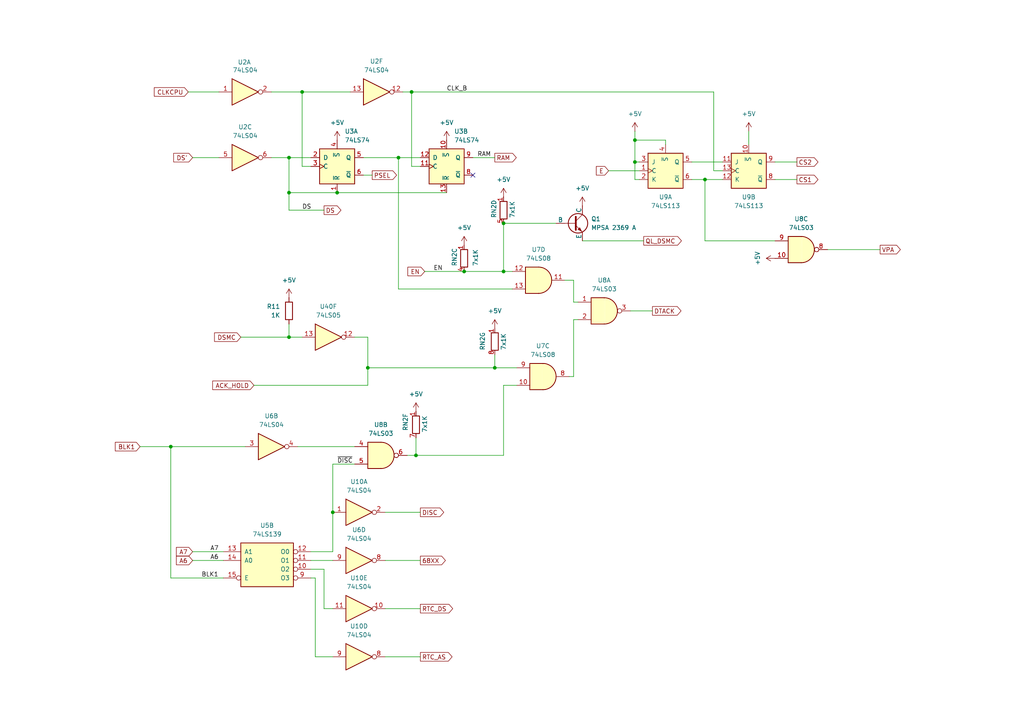
<source format=kicad_sch>
(kicad_sch (version 20250114) (generator "eeschema") (generator_version "9.0")
  (paper "A4")
  (title_block (title "CST Thor  - Clone/Upgrade for Sinclair QL") (date "2025-03-15") (rev "0,1") (company "(C) 2025 Alvaro Alea Fdz") (comment 1 "https://ohwr.org/cern_ohl_s_v2.txt") (comment 2 "CERN Open Hardware Licence Version 2 - Strongly Reciprocal") (comment 3 "Under License") (comment 4 "GLUE LOGIC FOR I/O"))
  (lib_symbols
    (symbol "74xx:74LS03" (pin_names (offset 1.016))
      (property "Reference" "U" (at 0 1.27 0))
      (property "Value" "74LS03" (at 0 -1.27 0))
      (symbol "74LS03_1_1"
        (arc (start 0 3.81) (mid 3.7934 0) (end 0 -3.81) (stroke (width 0.254)) (fill (type background)))
        (polyline (pts (xy 0 3.81) (xy -3.81 3.81) (xy -3.81 -3.81) (xy 0 -3.81)) (stroke (width 0.254)) (fill (type background)))
        (pin input line (at -7.62 2.54 0) (length 3.81) (name "~") (number "1"))
        (pin input line (at -7.62 -2.54 0) (length 3.81) (name "~") (number "2"))
        (pin open_collector inverted (at 7.62 0 180) (length 3.81) (name "~") (number "3"))
      )
      (symbol "74LS03_1_2"
        (arc (start -3.81 3.81) (mid -2.589 0) (end -3.81 -3.81) (stroke (width 0.254)))
        (polyline (pts (xy -3.81 3.81) (xy -0.635 3.81)) (stroke (width 0.254)) (fill (type background)))
        (polyline (pts (xy -3.81 -3.81) (xy -0.635 -3.81)) (stroke (width 0.254)) (fill (type background)))
        (arc (start 3.81 0) (mid 2.1855 -2.584) (end -0.6096 -3.81) (stroke (width 0.254)) (fill (type background)))
        (arc (start -0.6096 3.81) (mid 2.1928 2.5924) (end 3.81 0) (stroke (width 0.254)) (fill (type background)))
        (polyline (pts (xy -0.635 3.81) (xy -3.81 3.81) (xy -3.81 3.81) (xy -3.556 3.4036) (xy -3.0226 2.2606) (xy -2.6924 1.0414) (xy -2.6162 -0.254) (xy -2.7686 -1.4986) (xy -3.175 -2.7178) (xy -3.81 -3.81) (xy -3.81 -3.81) (xy -0.635 -3.81)) (stroke (width -25.4)) (fill (type background)))
        (pin input inverted (at -7.62 2.54 0) (length 4.318) (name "~") (number "1"))
        (pin input inverted (at -7.62 -2.54 0) (length 4.318) (name "~") (number "2"))
        (pin open_collector line (at 7.62 0 180) (length 3.81) (name "~") (number "3"))
      )
      (symbol "74LS03_2_1"
        (arc (start 0 3.81) (mid 3.7934 0) (end 0 -3.81) (stroke (width 0.254)) (fill (type background)))
        (polyline (pts (xy 0 3.81) (xy -3.81 3.81) (xy -3.81 -3.81) (xy 0 -3.81)) (stroke (width 0.254)) (fill (type background)))
        (pin input line (at -7.62 2.54 0) (length 3.81) (name "~") (number "4"))
        (pin input line (at -7.62 -2.54 0) (length 3.81) (name "~") (number "5"))
        (pin open_collector inverted (at 7.62 0 180) (length 3.81) (name "~") (number "6"))
      )
      (symbol "74LS03_2_2"
        (arc (start -3.81 3.81) (mid -2.589 0) (end -3.81 -3.81) (stroke (width 0.254)))
        (polyline (pts (xy -3.81 3.81) (xy -0.635 3.81)) (stroke (width 0.254)) (fill (type background)))
        (polyline (pts (xy -3.81 -3.81) (xy -0.635 -3.81)) (stroke (width 0.254)) (fill (type background)))
        (arc (start 3.81 0) (mid 2.1855 -2.584) (end -0.6096 -3.81) (stroke (width 0.254)) (fill (type background)))
        (arc (start -0.6096 3.81) (mid 2.1928 2.5924) (end 3.81 0) (stroke (width 0.254)) (fill (type background)))
        (polyline (pts (xy -0.635 3.81) (xy -3.81 3.81) (xy -3.81 3.81) (xy -3.556 3.4036) (xy -3.0226 2.2606) (xy -2.6924 1.0414) (xy -2.6162 -0.254) (xy -2.7686 -1.4986) (xy -3.175 -2.7178) (xy -3.81 -3.81) (xy -3.81 -3.81) (xy -0.635 -3.81)) (stroke (width -25.4)) (fill (type background)))
        (pin input inverted (at -7.62 2.54 0) (length 4.318) (name "~") (number "4"))
        (pin input inverted (at -7.62 -2.54 0) (length 4.318) (name "~") (number "5"))
        (pin open_collector line (at 7.62 0 180) (length 3.81) (name "~") (number "6"))
      )
      (symbol "74LS03_3_1"
        (arc (start 0 3.81) (mid 3.7934 0) (end 0 -3.81) (stroke (width 0.254)) (fill (type background)))
        (polyline (pts (xy 0 3.81) (xy -3.81 3.81) (xy -3.81 -3.81) (xy 0 -3.81)) (stroke (width 0.254)) (fill (type background)))
        (pin input line (at -7.62 2.54 0) (length 3.81) (name "~") (number "9"))
        (pin input line (at -7.62 -2.54 0) (length 3.81) (name "~") (number "10"))
        (pin open_collector inverted (at 7.62 0 180) (length 3.81) (name "~") (number "8"))
      )
      (symbol "74LS03_3_2"
        (arc (start -3.81 3.81) (mid -2.589 0) (end -3.81 -3.81) (stroke (width 0.254)))
        (polyline (pts (xy -3.81 3.81) (xy -0.635 3.81)) (stroke (width 0.254)) (fill (type background)))
        (polyline (pts (xy -3.81 -3.81) (xy -0.635 -3.81)) (stroke (width 0.254)) (fill (type background)))
        (arc (start 3.81 0) (mid 2.1855 -2.584) (end -0.6096 -3.81) (stroke (width 0.254)) (fill (type background)))
        (arc (start -0.6096 3.81) (mid 2.1928 2.5924) (end 3.81 0) (stroke (width 0.254)) (fill (type background)))
        (polyline (pts (xy -0.635 3.81) (xy -3.81 3.81) (xy -3.81 3.81) (xy -3.556 3.4036) (xy -3.0226 2.2606) (xy -2.6924 1.0414) (xy -2.6162 -0.254) (xy -2.7686 -1.4986) (xy -3.175 -2.7178) (xy -3.81 -3.81) (xy -3.81 -3.81) (xy -0.635 -3.81)) (stroke (width -25.4)) (fill (type background)))
        (pin input inverted (at -7.62 2.54 0) (length 4.318) (name "~") (number "9"))
        (pin input inverted (at -7.62 -2.54 0) (length 4.318) (name "~") (number "10"))
        (pin open_collector line (at 7.62 0 180) (length 3.81) (name "~") (number "8"))
      )
      (symbol "74LS03_4_1"
        (arc (start 0 3.81) (mid 3.7934 0) (end 0 -3.81) (stroke (width 0.254)) (fill (type background)))
        (polyline (pts (xy 0 3.81) (xy -3.81 3.81) (xy -3.81 -3.81) (xy 0 -3.81)) (stroke (width 0.254)) (fill (type background)))
        (pin input line (at -7.62 2.54 0) (length 3.81) (name "~") (number "12"))
        (pin input line (at -7.62 -2.54 0) (length 3.81) (name "~") (number "13"))
        (pin open_collector inverted (at 7.62 0 180) (length 3.81) (name "~") (number "11"))
      )
      (symbol "74LS03_4_2"
        (arc (start -3.81 3.81) (mid -2.589 0) (end -3.81 -3.81) (stroke (width 0.254)))
        (polyline (pts (xy -3.81 3.81) (xy -0.635 3.81)) (stroke (width 0.254)) (fill (type background)))
        (polyline (pts (xy -3.81 -3.81) (xy -0.635 -3.81)) (stroke (width 0.254)) (fill (type background)))
        (arc (start 3.81 0) (mid 2.1855 -2.584) (end -0.6096 -3.81) (stroke (width 0.254)) (fill (type background)))
        (arc (start -0.6096 3.81) (mid 2.1928 2.5924) (end 3.81 0) (stroke (width 0.254)) (fill (type background)))
        (polyline (pts (xy -0.635 3.81) (xy -3.81 3.81) (xy -3.81 3.81) (xy -3.556 3.4036) (xy -3.0226 2.2606) (xy -2.6924 1.0414) (xy -2.6162 -0.254) (xy -2.7686 -1.4986) (xy -3.175 -2.7178) (xy -3.81 -3.81) (xy -3.81 -3.81) (xy -0.635 -3.81)) (stroke (width -25.4)) (fill (type background)))
        (pin input inverted (at -7.62 2.54 0) (length 4.318) (name "~") (number "12"))
        (pin input inverted (at -7.62 -2.54 0) (length 4.318) (name "~") (number "13"))
        (pin open_collector line (at 7.62 0 180) (length 3.81) (name "~") (number "11"))
      )
      (symbol "74LS03_5_0"
        (pin power_in line (at 0 12.7 270) (length 5.08) (name "VCC") (number "14"))
        (pin power_in line (at 0 -12.7 90) (length 5.08) (name "GND") (number "7"))
      )
      (symbol "74LS03_5_1"
        (rectangle (start -5.08 7.62) (end 5.08 -7.62) (stroke (width 0.254)) (fill (type background)))
      )
    )
    (symbol "74xx:74LS04"
      (property "Reference" "U" (at 0 1.27 0))
      (property "Value" "74LS04" (at 0 -1.27 0))
      (symbol "74LS04_1_0"
        (polyline (pts (xy -3.81 3.81) (xy -3.81 -3.81) (xy 3.81 0) (xy -3.81 3.81)) (stroke (width 0.254)) (fill (type background)))
        (pin input line (at -7.62 0 0) (length 3.81) (name "~") (number "1"))
        (pin output inverted (at 7.62 0 180) (length 3.81) (name "~") (number "2"))
      )
      (symbol "74LS04_2_0"
        (polyline (pts (xy -3.81 3.81) (xy -3.81 -3.81) (xy 3.81 0) (xy -3.81 3.81)) (stroke (width 0.254)) (fill (type background)))
        (pin input line (at -7.62 0 0) (length 3.81) (name "~") (number "3"))
        (pin output inverted (at 7.62 0 180) (length 3.81) (name "~") (number "4"))
      )
      (symbol "74LS04_3_0"
        (polyline (pts (xy -3.81 3.81) (xy -3.81 -3.81) (xy 3.81 0) (xy -3.81 3.81)) (stroke (width 0.254)) (fill (type background)))
        (pin input line (at -7.62 0 0) (length 3.81) (name "~") (number "5"))
        (pin output inverted (at 7.62 0 180) (length 3.81) (name "~") (number "6"))
      )
      (symbol "74LS04_4_0"
        (polyline (pts (xy -3.81 3.81) (xy -3.81 -3.81) (xy 3.81 0) (xy -3.81 3.81)) (stroke (width 0.254)) (fill (type background)))
        (pin input line (at -7.62 0 0) (length 3.81) (name "~") (number "9"))
        (pin output inverted (at 7.62 0 180) (length 3.81) (name "~") (number "8"))
      )
      (symbol "74LS04_5_0"
        (polyline (pts (xy -3.81 3.81) (xy -3.81 -3.81) (xy 3.81 0) (xy -3.81 3.81)) (stroke (width 0.254)) (fill (type background)))
        (pin input line (at -7.62 0 0) (length 3.81) (name "~") (number "11"))
        (pin output inverted (at 7.62 0 180) (length 3.81) (name "~") (number "10"))
      )
      (symbol "74LS04_6_0"
        (polyline (pts (xy -3.81 3.81) (xy -3.81 -3.81) (xy 3.81 0) (xy -3.81 3.81)) (stroke (width 0.254)) (fill (type background)))
        (pin input line (at -7.62 0 0) (length 3.81) (name "~") (number "13"))
        (pin output inverted (at 7.62 0 180) (length 3.81) (name "~") (number "12"))
      )
      (symbol "74LS04_7_0"
        (pin power_in line (at 0 12.7 270) (length 5.08) (name "VCC") (number "14"))
        (pin power_in line (at 0 -12.7 90) (length 5.08) (name "GND") (number "7"))
      )
      (symbol "74LS04_7_1"
        (rectangle (start -5.08 7.62) (end 5.08 -7.62) (stroke (width 0.254)) (fill (type background)))
      )
    )
    (symbol "74xx:74LS05" (pin_names (offset 1.016))
      (property "Reference" "U" (at 0 1.27 0))
      (property "Value" "74LS05" (at 0 -1.27 0))
      (symbol "74LS05_1_0"
        (polyline (pts (xy -3.81 3.81) (xy -3.81 -3.81) (xy 3.81 0) (xy -3.81 3.81)) (stroke (width 0.254)) (fill (type background)))
        (pin input line (at -7.62 0 0) (length 3.81) (name "~") (number "1"))
        (pin open_collector inverted (at 7.62 0 180) (length 3.81) (name "~") (number "2"))
      )
      (symbol "74LS05_2_0"
        (polyline (pts (xy -3.81 3.81) (xy -3.81 -3.81) (xy 3.81 0) (xy -3.81 3.81)) (stroke (width 0.254)) (fill (type background)))
        (pin input line (at -7.62 0 0) (length 3.81) (name "~") (number "3"))
        (pin open_collector inverted (at 7.62 0 180) (length 3.81) (name "~") (number "4"))
      )
      (symbol "74LS05_3_0"
        (polyline (pts (xy -3.81 3.81) (xy -3.81 -3.81) (xy 3.81 0) (xy -3.81 3.81)) (stroke (width 0.254)) (fill (type background)))
        (pin input line (at -7.62 0 0) (length 3.81) (name "~") (number "5"))
        (pin open_collector inverted (at 7.62 0 180) (length 3.81) (name "~") (number "6"))
      )
      (symbol "74LS05_4_0"
        (polyline (pts (xy -3.81 3.81) (xy -3.81 -3.81) (xy 3.81 0) (xy -3.81 3.81)) (stroke (width 0.254)) (fill (type background)))
        (pin input line (at -7.62 0 0) (length 3.81) (name "~") (number "9"))
        (pin open_collector inverted (at 7.62 0 180) (length 3.81) (name "~") (number "8"))
      )
      (symbol "74LS05_5_0"
        (polyline (pts (xy -3.81 3.81) (xy -3.81 -3.81) (xy 3.81 0) (xy -3.81 3.81)) (stroke (width 0.254)) (fill (type background)))
        (pin input line (at -7.62 0 0) (length 3.81) (name "~") (number "11"))
        (pin open_collector inverted (at 7.62 0 180) (length 3.81) (name "~") (number "10"))
      )
      (symbol "74LS05_6_0"
        (polyline (pts (xy -3.81 3.81) (xy -3.81 -3.81) (xy 3.81 0) (xy -3.81 3.81)) (stroke (width 0.254)) (fill (type background)))
        (pin input line (at -7.62 0 0) (length 3.81) (name "~") (number "13"))
        (pin open_collector inverted (at 7.62 0 180) (length 3.81) (name "~") (number "12"))
      )
      (symbol "74LS05_7_0"
        (pin power_in line (at 0 12.7 270) (length 5.08) (name "VCC") (number "14"))
        (pin power_in line (at 0 -12.7 90) (length 5.08) (name "GND") (number "7"))
      )
      (symbol "74LS05_7_1"
        (rectangle (start -5.08 7.62) (end 5.08 -7.62) (stroke (width 0.254)) (fill (type background)))
      )
    )
    (symbol "74xx:74LS08" (pin_names (offset 1.016))
      (property "Reference" "U" (at 0 1.27 0))
      (property "Value" "74LS08" (at 0 -1.27 0))
      (symbol "74LS08_1_1"
        (arc (start 0 3.81) (mid 3.7934 0) (end 0 -3.81) (stroke (width 0.254)) (fill (type background)))
        (polyline (pts (xy 0 3.81) (xy -3.81 3.81) (xy -3.81 -3.81) (xy 0 -3.81)) (stroke (width 0.254)) (fill (type background)))
        (pin input line (at -7.62 2.54 0) (length 3.81) (name "~") (number "1"))
        (pin input line (at -7.62 -2.54 0) (length 3.81) (name "~") (number "2"))
        (pin output line (at 7.62 0 180) (length 3.81) (name "~") (number "3"))
      )
      (symbol "74LS08_1_2"
        (arc (start -3.81 3.81) (mid -2.589 0) (end -3.81 -3.81) (stroke (width 0.254)))
        (polyline (pts (xy -3.81 3.81) (xy -0.635 3.81)) (stroke (width 0.254)) (fill (type background)))
        (polyline (pts (xy -3.81 -3.81) (xy -0.635 -3.81)) (stroke (width 0.254)) (fill (type background)))
        (arc (start 3.81 0) (mid 2.1855 -2.584) (end -0.6096 -3.81) (stroke (width 0.254)) (fill (type background)))
        (arc (start -0.6096 3.81) (mid 2.1928 2.5924) (end 3.81 0) (stroke (width 0.254)) (fill (type background)))
        (polyline (pts (xy -0.635 3.81) (xy -3.81 3.81) (xy -3.81 3.81) (xy -3.556 3.4036) (xy -3.0226 2.2606) (xy -2.6924 1.0414) (xy -2.6162 -0.254) (xy -2.7686 -1.4986) (xy -3.175 -2.7178) (xy -3.81 -3.81) (xy -3.81 -3.81) (xy -0.635 -3.81)) (stroke (width -25.4)) (fill (type background)))
        (pin input inverted (at -7.62 2.54 0) (length 4.318) (name "~") (number "1"))
        (pin input inverted (at -7.62 -2.54 0) (length 4.318) (name "~") (number "2"))
        (pin output inverted (at 7.62 0 180) (length 3.81) (name "~") (number "3"))
      )
      (symbol "74LS08_2_1"
        (arc (start 0 3.81) (mid 3.7934 0) (end 0 -3.81) (stroke (width 0.254)) (fill (type background)))
        (polyline (pts (xy 0 3.81) (xy -3.81 3.81) (xy -3.81 -3.81) (xy 0 -3.81)) (stroke (width 0.254)) (fill (type background)))
        (pin input line (at -7.62 2.54 0) (length 3.81) (name "~") (number "4"))
        (pin input line (at -7.62 -2.54 0) (length 3.81) (name "~") (number "5"))
        (pin output line (at 7.62 0 180) (length 3.81) (name "~") (number "6"))
      )
      (symbol "74LS08_2_2"
        (arc (start -3.81 3.81) (mid -2.589 0) (end -3.81 -3.81) (stroke (width 0.254)))
        (polyline (pts (xy -3.81 3.81) (xy -0.635 3.81)) (stroke (width 0.254)) (fill (type background)))
        (polyline (pts (xy -3.81 -3.81) (xy -0.635 -3.81)) (stroke (width 0.254)) (fill (type background)))
        (arc (start 3.81 0) (mid 2.1855 -2.584) (end -0.6096 -3.81) (stroke (width 0.254)) (fill (type background)))
        (arc (start -0.6096 3.81) (mid 2.1928 2.5924) (end 3.81 0) (stroke (width 0.254)) (fill (type background)))
        (polyline (pts (xy -0.635 3.81) (xy -3.81 3.81) (xy -3.81 3.81) (xy -3.556 3.4036) (xy -3.0226 2.2606) (xy -2.6924 1.0414) (xy -2.6162 -0.254) (xy -2.7686 -1.4986) (xy -3.175 -2.7178) (xy -3.81 -3.81) (xy -3.81 -3.81) (xy -0.635 -3.81)) (stroke (width -25.4)) (fill (type background)))
        (pin input inverted (at -7.62 2.54 0) (length 4.318) (name "~") (number "4"))
        (pin input inverted (at -7.62 -2.54 0) (length 4.318) (name "~") (number "5"))
        (pin output inverted (at 7.62 0 180) (length 3.81) (name "~") (number "6"))
      )
      (symbol "74LS08_3_1"
        (arc (start 0 3.81) (mid 3.7934 0) (end 0 -3.81) (stroke (width 0.254)) (fill (type background)))
        (polyline (pts (xy 0 3.81) (xy -3.81 3.81) (xy -3.81 -3.81) (xy 0 -3.81)) (stroke (width 0.254)) (fill (type background)))
        (pin input line (at -7.62 2.54 0) (length 3.81) (name "~") (number "9"))
        (pin input line (at -7.62 -2.54 0) (length 3.81) (name "~") (number "10"))
        (pin output line (at 7.62 0 180) (length 3.81) (name "~") (number "8"))
      )
      (symbol "74LS08_3_2"
        (arc (start -3.81 3.81) (mid -2.589 0) (end -3.81 -3.81) (stroke (width 0.254)))
        (polyline (pts (xy -3.81 3.81) (xy -0.635 3.81)) (stroke (width 0.254)) (fill (type background)))
        (polyline (pts (xy -3.81 -3.81) (xy -0.635 -3.81)) (stroke (width 0.254)) (fill (type background)))
        (arc (start 3.81 0) (mid 2.1855 -2.584) (end -0.6096 -3.81) (stroke (width 0.254)) (fill (type background)))
        (arc (start -0.6096 3.81) (mid 2.1928 2.5924) (end 3.81 0) (stroke (width 0.254)) (fill (type background)))
        (polyline (pts (xy -0.635 3.81) (xy -3.81 3.81) (xy -3.81 3.81) (xy -3.556 3.4036) (xy -3.0226 2.2606) (xy -2.6924 1.0414) (xy -2.6162 -0.254) (xy -2.7686 -1.4986) (xy -3.175 -2.7178) (xy -3.81 -3.81) (xy -3.81 -3.81) (xy -0.635 -3.81)) (stroke (width -25.4)) (fill (type background)))
        (pin input inverted (at -7.62 2.54 0) (length 4.318) (name "~") (number "9"))
        (pin input inverted (at -7.62 -2.54 0) (length 4.318) (name "~") (number "10"))
        (pin output inverted (at 7.62 0 180) (length 3.81) (name "~") (number "8"))
      )
      (symbol "74LS08_4_1"
        (arc (start 0 3.81) (mid 3.7934 0) (end 0 -3.81) (stroke (width 0.254)) (fill (type background)))
        (polyline (pts (xy 0 3.81) (xy -3.81 3.81) (xy -3.81 -3.81) (xy 0 -3.81)) (stroke (width 0.254)) (fill (type background)))
        (pin input line (at -7.62 2.54 0) (length 3.81) (name "~") (number "12"))
        (pin input line (at -7.62 -2.54 0) (length 3.81) (name "~") (number "13"))
        (pin output line (at 7.62 0 180) (length 3.81) (name "~") (number "11"))
      )
      (symbol "74LS08_4_2"
        (arc (start -3.81 3.81) (mid -2.589 0) (end -3.81 -3.81) (stroke (width 0.254)))
        (polyline (pts (xy -3.81 3.81) (xy -0.635 3.81)) (stroke (width 0.254)) (fill (type background)))
        (polyline (pts (xy -3.81 -3.81) (xy -0.635 -3.81)) (stroke (width 0.254)) (fill (type background)))
        (arc (start 3.81 0) (mid 2.1855 -2.584) (end -0.6096 -3.81) (stroke (width 0.254)) (fill (type background)))
        (arc (start -0.6096 3.81) (mid 2.1928 2.5924) (end 3.81 0) (stroke (width 0.254)) (fill (type background)))
        (polyline (pts (xy -0.635 3.81) (xy -3.81 3.81) (xy -3.81 3.81) (xy -3.556 3.4036) (xy -3.0226 2.2606) (xy -2.6924 1.0414) (xy -2.6162 -0.254) (xy -2.7686 -1.4986) (xy -3.175 -2.7178) (xy -3.81 -3.81) (xy -3.81 -3.81) (xy -0.635 -3.81)) (stroke (width -25.4)) (fill (type background)))
        (pin input inverted (at -7.62 2.54 0) (length 4.318) (name "~") (number "12"))
        (pin input inverted (at -7.62 -2.54 0) (length 4.318) (name "~") (number "13"))
        (pin output inverted (at 7.62 0 180) (length 3.81) (name "~") (number "11"))
      )
      (symbol "74LS08_5_0"
        (pin power_in line (at 0 12.7 270) (length 5.08) (name "VCC") (number "14"))
        (pin power_in line (at 0 -12.7 90) (length 5.08) (name "GND") (number "7"))
      )
      (symbol "74LS08_5_1"
        (rectangle (start -5.08 7.62) (end 5.08 -7.62) (stroke (width 0.254)) (fill (type background)))
      )
    )
    (symbol "74xx:74LS113" (pin_names (offset 1.016))
      (property "Reference" "U" (at -7.62 8.89 0))
      (property "Value" "74LS113" (at -7.62 -8.89 0))
      (symbol "74LS113_1_0"
        (pin input line (at -7.62 2.54 0) (length 2.54) (name "J") (number "3"))
        (pin input clock (at -7.62 0 0) (length 2.54) (name "C") (number "1"))
        (pin input line (at -7.62 -2.54 0) (length 2.54) (name "K") (number "2"))
        (pin input line (at 0 7.62 270) (length 2.54) (name "~{S}") (number "4"))
        (pin output line (at 7.62 2.54 180) (length 2.54) (name "Q") (number "5"))
        (pin output line (at 7.62 -2.54 180) (length 2.54) (name "~{Q}") (number "6"))
      )
      (symbol "74LS113_1_1"
        (rectangle (start -5.08 5.08) (end 5.08 -5.08) (stroke (width 0.254)) (fill (type background)))
      )
      (symbol "74LS113_2_0"
        (pin input line (at -7.62 2.54 0) (length 2.54) (name "J") (number "11"))
        (pin input clock (at -7.62 0 0) (length 2.54) (name "C") (number "13"))
        (pin input line (at -7.62 -2.54 0) (length 2.54) (name "K") (number "12"))
        (pin input line (at 0 7.62 270) (length 2.54) (name "~{S}") (number "10"))
        (pin output line (at 7.62 2.54 180) (length 2.54) (name "Q") (number "9"))
        (pin output line (at 7.62 -2.54 180) (length 2.54) (name "~{Q}") (number "8"))
      )
      (symbol "74LS113_2_1"
        (rectangle (start -5.08 5.08) (end 5.08 -5.08) (stroke (width 0.254)) (fill (type background)))
      )
      (symbol "74LS113_3_0"
        (pin power_in line (at 0 10.16 270) (length 2.54) (name "VCC") (number "14"))
        (pin power_in line (at 0 -10.16 90) (length 2.54) (name "GND") (number "7"))
      )
      (symbol "74LS113_3_1"
        (rectangle (start -5.08 7.62) (end 5.08 -7.62) (stroke (width 0.254)) (fill (type background)))
      )
    )
    (symbol "74xx:74LS139" (pin_names (offset 1.016))
      (property "Reference" "U" (at -7.62 8.89 0))
      (property "Value" "74LS139" (at -7.62 -8.89 0))
      (symbol "74LS139_1_0"
        (pin input line (at -12.7 2.54 0) (length 5.08) (name "A1") (number "3"))
        (pin input line (at -12.7 0 0) (length 5.08) (name "A0") (number "2"))
        (pin input inverted (at -12.7 -5.08 0) (length 5.08) (name "E") (number "1"))
        (pin output inverted (at 12.7 2.54 180) (length 5.08) (name "O0") (number "4"))
        (pin output inverted (at 12.7 0 180) (length 5.08) (name "O1") (number "5"))
        (pin output inverted (at 12.7 -2.54 180) (length 5.08) (name "O2") (number "6"))
        (pin output inverted (at 12.7 -5.08 180) (length 5.08) (name "O3") (number "7"))
      )
      (symbol "74LS139_1_1"
        (rectangle (start -7.62 5.08) (end 7.62 -7.62) (stroke (width 0.254)) (fill (type background)))
      )
      (symbol "74LS139_2_0"
        (pin input line (at -12.7 2.54 0) (length 5.08) (name "A1") (number "13"))
        (pin input line (at -12.7 0 0) (length 5.08) (name "A0") (number "14"))
        (pin input inverted (at -12.7 -5.08 0) (length 5.08) (name "E") (number "15"))
        (pin output inverted (at 12.7 2.54 180) (length 5.08) (name "O0") (number "12"))
        (pin output inverted (at 12.7 0 180) (length 5.08) (name "O1") (number "11"))
        (pin output inverted (at 12.7 -2.54 180) (length 5.08) (name "O2") (number "10"))
        (pin output inverted (at 12.7 -5.08 180) (length 5.08) (name "O3") (number "9"))
      )
      (symbol "74LS139_2_1"
        (rectangle (start -7.62 5.08) (end 7.62 -7.62) (stroke (width 0.254)) (fill (type background)))
      )
      (symbol "74LS139_3_0"
        (pin power_in line (at 0 12.7 270) (length 5.08) (name "VCC") (number "16"))
        (pin power_in line (at 0 -12.7 90) (length 5.08) (name "GND") (number "8"))
      )
      (symbol "74LS139_3_1"
        (rectangle (start -5.08 7.62) (end 5.08 -7.62) (stroke (width 0.254)) (fill (type background)))
      )
    )
    (symbol "74xx:74LS74" (pin_names (offset 1.016))
      (property "Reference" "U" (at -7.62 8.89 0))
      (property "Value" "74LS74" (at -7.62 -8.89 0))
      (symbol "74LS74_1_0"
        (pin input line (at -7.62 2.54 0) (length 2.54) (name "D") (number "2"))
        (pin input clock (at -7.62 0 0) (length 2.54) (name "C") (number "3"))
        (pin input line (at 0 7.62 270) (length 2.54) (name "~{S}") (number "4"))
        (pin input line (at 0 -7.62 90) (length 2.54) (name "~{R}") (number "1"))
        (pin output line (at 7.62 2.54 180) (length 2.54) (name "Q") (number "5"))
        (pin output line (at 7.62 -2.54 180) (length 2.54) (name "~{Q}") (number "6"))
      )
      (symbol "74LS74_1_1"
        (rectangle (start -5.08 5.08) (end 5.08 -5.08) (stroke (width 0.254)) (fill (type background)))
      )
      (symbol "74LS74_2_0"
        (pin input line (at -7.62 2.54 0) (length 2.54) (name "D") (number "12"))
        (pin input clock (at -7.62 0 0) (length 2.54) (name "C") (number "11"))
        (pin input line (at 0 7.62 270) (length 2.54) (name "~{S}") (number "10"))
        (pin input line (at 0 -7.62 90) (length 2.54) (name "~{R}") (number "13"))
        (pin output line (at 7.62 2.54 180) (length 2.54) (name "Q") (number "9"))
        (pin output line (at 7.62 -2.54 180) (length 2.54) (name "~{Q}") (number "8"))
      )
      (symbol "74LS74_2_1"
        (rectangle (start -5.08 5.08) (end 5.08 -5.08) (stroke (width 0.254)) (fill (type background)))
      )
      (symbol "74LS74_3_0"
        (pin power_in line (at 0 10.16 270) (length 2.54) (name "VCC") (number "14"))
        (pin power_in line (at 0 -10.16 90) (length 2.54) (name "GND") (number "7"))
      )
      (symbol "74LS74_3_1"
        (rectangle (start -5.08 7.62) (end 5.08 -7.62) (stroke (width 0.254)) (fill (type background)))
      )
    )
    (symbol "Device:R" (pin_numbers (hide yes)) (pin_names (offset 0))
      (property "Reference" "R" (at 2.032 0 90))
      (property "Value" "R" (at 0 0 90))
      (symbol "R_0_1"
        (rectangle (start -1.016 -2.54) (end 1.016 2.54) (stroke (width 0.254)))
      )
      (symbol "R_1_1"
        (pin passive line (at 0 3.81 270) (length 1.27) (name "~") (number "1"))
        (pin passive line (at 0 -3.81 90) (length 1.27) (name "~") (number "2"))
      )
    )
    (symbol "Device:R_Network07_Split" (pin_names (offset 0) (hide yes))
      (property "Reference" "RN" (at 2.032 0 90))
      (property "Value" "R_Network07_Split" (at 0 0 90))
      (symbol "R_Network07_Split_0_1"
        (rectangle (start 1.016 2.54) (end -1.016 -2.54) (stroke (width 0.254)))
        (pin passive line (at 0 3.81 270) (length 1.27) (name "R1") (number "1"))
      )
      (symbol "R_Network07_Split_1_1"
        (pin passive line (at 0 -3.81 90) (length 1.27) (name "R1.2") (number "2"))
      )
      (symbol "R_Network07_Split_2_1"
        (pin passive line (at 0 -3.81 90) (length 1.27) (name "R2.2") (number "3"))
      )
      (symbol "R_Network07_Split_3_1"
        (pin passive line (at 0 -3.81 90) (length 1.27) (name "R3.2") (number "4"))
      )
      (symbol "R_Network07_Split_4_1"
        (pin passive line (at 0 -3.81 90) (length 1.27) (name "R4.2") (number "5"))
      )
      (symbol "R_Network07_Split_5_1"
        (pin passive line (at 0 -3.81 90) (length 1.27) (name "R5.2") (number "6"))
      )
      (symbol "R_Network07_Split_6_1"
        (pin passive line (at 0 -3.81 90) (length 1.27) (name "R6.2") (number "7"))
      )
      (symbol "R_Network07_Split_7_1"
        (pin passive line (at 0 -3.81 90) (length 1.27) (name "R7.2") (number "8"))
      )
    )
    (symbol "Simulation_SPICE:NPN" (pin_numbers (hide yes)) (pin_names (offset 0))
      (property "Reference" "Q" (at -2.54 7.62 0))
      (property "Value" "NPN" (at -2.54 5.08 0))
      (symbol "NPN_0_1"
        (polyline (pts (xy -2.54 0) (xy 0.635 0)) (stroke (width 0.1524)))
        (polyline (pts (xy 0.635 1.905) (xy 0.635 -1.905) (xy 0.635 -1.905)) (stroke (width 0.508)))
        (polyline (pts (xy 0.635 0.635) (xy 2.54 2.54)))
        (polyline (pts (xy 0.635 -0.635) (xy 2.54 -2.54) (xy 2.54 -2.54)))
        (circle (center 1.27 0) (radius 2.8194) (stroke (width 0.254)))
        (polyline (pts (xy 1.27 -1.778) (xy 1.778 -1.27) (xy 2.286 -2.286) (xy 1.27 -1.778) (xy 1.27 -1.778)) (fill (type outline)))
        (polyline (pts (xy 2.794 -1.27) (xy 2.794 -1.27)) (stroke (width 0.1524)))
        (polyline (pts (xy 2.794 -1.27) (xy 2.794 -1.27)) (stroke (width 0.1524)))
      )
      (symbol "NPN_1_1"
        (pin input line (at -5.08 0 0) (length 2.54) (name "B") (number "2"))
        (pin open_collector line (at 2.54 5.08 270) (length 2.54) (name "C") (number "1"))
        (pin open_emitter line (at 2.54 -5.08 90) (length 2.54) (name "E") (number "3"))
      )
    )
    (symbol "power:+5V" (power) (pin_numbers (hide yes)) (pin_names (offset 0) (hide yes))
      (property "Value" "+5V" (at 0 3.556 0))
      (symbol "+5V_0_1"
        (polyline (pts (xy -0.762 1.27) (xy 0 2.54)))
        (polyline (pts (xy 0 2.54) (xy 0.762 1.27)))
        (polyline (pts (xy 0 0) (xy 0 2.54)))
      )
      (symbol "+5V_1_1"
        (pin power_in line (at 0 0 90) (length 0) (name "~") (number "1"))
      )
    )
  )
  (junction (at 87.63 26.67))
  (junction (at 83.82 97.79))
  (junction (at 146.05 64.77))
  (junction (at 106.68 106.68))
  (junction (at 119.38 26.67))
  (junction (at 184.15 40.64))
  (junction (at 83.82 55.88))
  (junction (at 97.79 55.88))
  (junction (at 143.51 106.68))
  (junction (at 146.05 78.74))
  (junction (at 49.53 129.54))
  (junction (at 115.57 45.72))
  (junction (at 204.47 52.07))
  (junction (at 120.65 132.08))
  (junction (at 96.52 148.59))
  (junction (at 134.62 78.74))
  (junction (at 184.15 46.99))
  (junction (at 83.82 45.72))
  (no_connect (at 137.16 50.8))
  (wire (pts (xy 200.66 52.07) (xy 204.47 52.07)))
  (wire (pts (xy 49.53 129.54) (xy 49.53 167.64)))
  (wire (pts (xy 54.61 26.67) (xy 63.5 26.67)))
  (wire (pts (xy 143.51 102.87) (xy 143.51 106.68)))
  (wire (pts (xy 166.37 92.71) (xy 167.64 92.71)))
  (wire (pts (xy 93.98 176.53) (xy 96.52 176.53)))
  (wire (pts (xy 119.38 26.67) (xy 207.01 26.67)))
  (wire (pts (xy 102.87 97.79) (xy 106.68 97.79)))
  (wire (pts (xy 115.57 83.82) (xy 115.57 45.72)))
  (wire (pts (xy 105.41 50.8) (xy 107.95 50.8)))
  (wire (pts (xy 166.37 81.28) (xy 163.83 81.28)))
  (wire (pts (xy 137.16 45.72) (xy 143.51 45.72)))
  (wire (pts (xy 96.52 148.59) (xy 96.52 160.02)))
  (wire (pts (xy 49.53 129.54) (xy 71.12 129.54)))
  (wire (pts (xy 106.68 97.79) (xy 106.68 106.68)))
  (wire (pts (xy 40.64 129.54) (xy 49.53 129.54)))
  (wire (pts (xy 149.86 111.76) (xy 146.05 111.76)))
  (wire (pts (xy 224.79 52.07) (xy 231.14 52.07)))
  (wire (pts (xy 166.37 109.22) (xy 166.37 92.71)))
  (wire (pts (xy 119.38 48.26) (xy 121.92 48.26)))
  (wire (pts (xy 184.15 46.99) (xy 185.42 46.99)))
  (wire (pts (xy 129.54 55.88) (xy 97.79 55.88)))
  (wire (pts (xy 101.6 26.67) (xy 87.63 26.67)))
  (wire (pts (xy 204.47 52.07) (xy 204.47 69.85)))
  (wire (pts (xy 193.04 40.64) (xy 193.04 41.91)))
  (wire (pts (xy 83.82 55.88) (xy 97.79 55.88)))
  (wire (pts (xy 87.63 48.26) (xy 90.17 48.26)))
  (wire (pts (xy 123.19 78.74) (xy 134.62 78.74)))
  (wire (pts (xy 118.11 132.08) (xy 120.65 132.08)))
  (wire (pts (xy 55.88 160.02) (xy 64.77 160.02)))
  (wire (pts (xy 49.53 167.64) (xy 64.77 167.64)))
  (wire (pts (xy 224.79 46.99) (xy 231.14 46.99)))
  (wire (pts (xy 69.85 97.79) (xy 83.82 97.79)))
  (wire (pts (xy 143.51 106.68) (xy 149.86 106.68)))
  (wire (pts (xy 63.5 45.72) (xy 55.88 45.72)))
  (wire (pts (xy 83.82 55.88) (xy 83.82 60.96)))
  (wire (pts (xy 176.53 49.53) (xy 185.42 49.53)))
  (wire (pts (xy 111.76 162.56) (xy 121.92 162.56)))
  (wire (pts (xy 119.38 26.67) (xy 116.84 26.67)))
  (wire (pts (xy 90.17 167.64) (xy 91.44 167.64)))
  (wire (pts (xy 105.41 45.72) (xy 115.57 45.72)))
  (wire (pts (xy 96.52 134.62) (xy 102.87 134.62)))
  (wire (pts (xy 146.05 64.77) (xy 146.05 78.74)))
  (wire (pts (xy 184.15 40.64) (xy 193.04 40.64)))
  (wire (pts (xy 184.15 38.1) (xy 184.15 40.64)))
  (wire (pts (xy 121.92 176.53) (xy 111.76 176.53)))
  (wire (pts (xy 86.36 129.54) (xy 102.87 129.54)))
  (wire (pts (xy 83.82 60.96) (xy 93.98 60.96)))
  (wire (pts (xy 165.1 109.22) (xy 166.37 109.22)))
  (wire (pts (xy 207.01 26.67) (xy 207.01 49.53)))
  (wire (pts (xy 78.74 26.67) (xy 87.63 26.67)))
  (wire (pts (xy 166.37 87.63) (xy 166.37 81.28)))
  (wire (pts (xy 148.59 83.82) (xy 115.57 83.82)))
  (wire (pts (xy 184.15 52.07) (xy 184.15 46.99)))
  (wire (pts (xy 146.05 111.76) (xy 146.05 132.08)))
  (wire (pts (xy 204.47 52.07) (xy 209.55 52.07)))
  (wire (pts (xy 83.82 93.98) (xy 83.82 97.79)))
  (wire (pts (xy 240.03 72.39) (xy 255.27 72.39)))
  (wire (pts (xy 93.98 165.1) (xy 93.98 176.53)))
  (wire (pts (xy 134.62 78.74) (xy 146.05 78.74)))
  (wire (pts (xy 55.88 162.56) (xy 64.77 162.56)))
  (wire (pts (xy 167.64 87.63) (xy 166.37 87.63)))
  (wire (pts (xy 185.42 52.07) (xy 184.15 52.07)))
  (wire (pts (xy 91.44 167.64) (xy 91.44 190.5)))
  (wire (pts (xy 83.82 45.72) (xy 90.17 45.72)))
  (wire (pts (xy 204.47 69.85) (xy 224.79 69.85)))
  (wire (pts (xy 184.15 46.99) (xy 184.15 40.64)))
  (wire (pts (xy 161.29 64.77) (xy 146.05 64.77)))
  (wire (pts (xy 106.68 106.68) (xy 106.68 111.76)))
  (wire (pts (xy 91.44 190.5) (xy 96.52 190.5)))
  (wire (pts (xy 78.74 45.72) (xy 83.82 45.72)))
  (wire (pts (xy 87.63 26.67) (xy 87.63 48.26)))
  (wire (pts (xy 207.01 49.53) (xy 209.55 49.53)))
  (wire (pts (xy 83.82 45.72) (xy 83.82 55.88)))
  (wire (pts (xy 120.65 132.08) (xy 146.05 132.08)))
  (wire (pts (xy 111.76 148.59) (xy 121.92 148.59)))
  (wire (pts (xy 168.91 69.85) (xy 186.69 69.85)))
  (wire (pts (xy 217.17 38.1) (xy 217.17 41.91)))
  (wire (pts (xy 146.05 78.74) (xy 148.59 78.74)))
  (wire (pts (xy 90.17 160.02) (xy 96.52 160.02)))
  (wire (pts (xy 121.92 190.5) (xy 111.76 190.5)))
  (wire (pts (xy 96.52 162.56) (xy 90.17 162.56)))
  (wire (pts (xy 200.66 46.99) (xy 209.55 46.99)))
  (wire (pts (xy 119.38 48.26) (xy 119.38 26.67)))
  (wire (pts (xy 96.52 134.62) (xy 96.52 148.59)))
  (wire (pts (xy 182.88 90.17) (xy 189.23 90.17)))
  (wire (pts (xy 90.17 165.1) (xy 93.98 165.1)))
  (wire (pts (xy 120.65 132.08) (xy 120.65 127)))
  (wire (pts (xy 106.68 106.68) (xy 143.51 106.68)))
  (wire (pts (xy 73.66 111.76) (xy 106.68 111.76)))
  (wire (pts (xy 83.82 97.79) (xy 87.63 97.79)))
  (wire (pts (xy 115.57 45.72) (xy 121.92 45.72)))
  (label "EN" (at 125.73 78.74 0))
  (label "A6" (at 60.96 162.56 0))
  (label "~{DISC}" (at 97.79 134.62 0))
  (label "RAM" (at 138.43 45.72 0))
  (label "A7" (at 60.96 160.02 0))
  (label "CLK_B" (at 129.54 26.67 0))
  (label "DS" (at 87.63 60.96 0))
  (label "BLK1" (at 58.42 167.64 0))
  (global_label "DSMC" (shape input) (at 69.85 97.79 180) (property "Intersheetrefs" "${INTERSHEET_REFS}" (effects (hide yes))))
  (global_label "CS1" (shape output) (at 231.14 52.07 0) (property "Intersheetrefs" "${INTERSHEET_REFS}" (effects (hide yes))))
  (global_label "A7" (shape input) (at 55.88 160.02 180) (property "Intersheetrefs" "${INTERSHEET_REFS}" (effects (hide yes))))
  (global_label "DS'" (shape input) (at 55.88 45.72 180) (property "Intersheetrefs" "${INTERSHEET_REFS}" (effects (hide yes))))
  (global_label "CS2" (shape output) (at 231.14 46.99 0) (property "Intersheetrefs" "${INTERSHEET_REFS}" (effects (hide yes))))
  (global_label "PSEL" (shape output) (at 107.95 50.8 0) (property "Intersheetrefs" "${INTERSHEET_REFS}" (effects (hide yes))))
  (global_label "RTC_AS" (shape output) (at 121.92 190.5 0) (property "Intersheetrefs" "${INTERSHEET_REFS}" (effects (hide yes))))
  (global_label "RAM" (shape output) (at 143.51 45.72 0) (property "Intersheetrefs" "${INTERSHEET_REFS}" (effects (hide yes))))
  (global_label "CLKCPU" (shape input) (at 54.61 26.67 180) (property "Intersheetrefs" "${INTERSHEET_REFS}" (effects (hide yes))))
  (global_label "DS" (shape output) (at 93.98 60.96 0) (property "Intersheetrefs" "${INTERSHEET_REFS}" (effects (hide yes))))
  (global_label "BLK1" (shape input) (at 40.64 129.54 180) (property "Intersheetrefs" "${INTERSHEET_REFS}" (effects (hide yes))))
  (global_label "ACK_HOLD" (shape input) (at 73.66 111.76 180) (property "Intersheetrefs" "${INTERSHEET_REFS}" (effects (hide yes))))
  (global_label "E" (shape input) (at 176.53 49.53 180) (property "Intersheetrefs" "${INTERSHEET_REFS}" (effects (hide yes))))
  (global_label "DTACK" (shape output) (at 189.23 90.17 0) (property "Intersheetrefs" "${INTERSHEET_REFS}" (effects (hide yes))))
  (global_label "68XX" (shape output) (at 121.92 162.56 0) (property "Intersheetrefs" "${INTERSHEET_REFS}" (effects (hide yes))))
  (global_label "A6" (shape input) (at 55.88 162.56 180) (property "Intersheetrefs" "${INTERSHEET_REFS}" (effects (hide yes))))
  (global_label "QL_DSMC" (shape output) (at 186.69 69.85 0) (property "Intersheetrefs" "${INTERSHEET_REFS}" (effects (hide yes))))
  (global_label "DISC" (shape output) (at 121.92 148.59 0) (property "Intersheetrefs" "${INTERSHEET_REFS}" (effects (hide yes))))
  (global_label "EN" (shape input) (at 123.19 78.74 180) (property "Intersheetrefs" "${INTERSHEET_REFS}" (effects (hide yes))))
  (global_label "RTC_DS" (shape output) (at 121.92 176.53 0) (property "Intersheetrefs" "${INTERSHEET_REFS}" (effects (hide yes))))
  (global_label "VPA" (shape output) (at 255.27 72.39 0) (property "Intersheetrefs" "${INTERSHEET_REFS}" (effects (hide yes))))
  (symbol (lib_id "74xx:74LS04") (at 78.74 129.54 0) (unit 2)
    (property "Reference" "U6" (at 78.74 120.65 0))
    (property "Value" "74LS04" (at 78.74 123.19 0))
    (property "Footprint" "Package_DIP:DIP-14_W7.62mm" (effects (hide yes)))
    (property "Datasheet" "http://www.ti.com/lit/gpn/sn74LS04" (effects (hide yes)))
  )
  (symbol (lib_id "74xx:74LS04") (at 71.12 45.72 0) (unit 3)
    (property "Reference" "U2" (at 71.12 36.83 0))
    (property "Value" "74LS04" (at 71.12 39.37 0))
    (property "Footprint" "Package_DIP:DIP-14_W7.62mm" (effects (hide yes)))
    (property "Datasheet" "http://www.ti.com/lit/gpn/sn74LS04" (effects (hide yes)))
  )
  (symbol (lib_id "power:+5V") (at 168.91 59.69 0) (unit 1)
    (property "Reference" "#PWR071" (effects (hide yes)))
    (property "Value" "+5V" (at 168.91 54.61 0))
    (property "Description" "Power symbol creates a global label with name \"+5V\"" (effects (hide yes)))
  )
  (symbol (lib_id "74xx:74LS74") (at 129.54 48.26 0) (unit 2)
    (property "Reference" "U3" (at 131.7341 38.1 0) (effects (justify left)))
    (property "Value" "74LS74" (at 131.7341 40.64 0) (effects (justify left)))
    (property "Footprint" "Package_DIP:DIP-14_W7.62mm" (effects (hide yes)))
    (property "Datasheet" "74xx/74hc_hct74.pdf" (effects (hide yes)))
  )
  (symbol (lib_id "74xx:74LS113") (at 217.17 49.53 0) (unit 2)
    (property "Reference" "U9" (at 217.17 57.15 0))
    (property "Value" "74LS113" (at 217.17 59.69 0))
    (property "Footprint" "Package_DIP:DIP-14_W7.62mm" (effects (hide yes)))
    (property "Datasheet" "http://www.ti.com/lit/gpn/sn74LS113" (effects (hide yes)))
    (property "Description" "dual JK flip-flop, Set" (effects (hide yes)))
  )
  (symbol (lib_id "74xx:74LS74") (at 97.79 48.26 0) (unit 1)
    (property "Reference" "U3" (at 99.9841 38.1 0) (effects (justify left)))
    (property "Value" "74LS74" (at 99.9841 40.64 0) (effects (justify left)))
    (property "Footprint" "Package_DIP:DIP-14_W7.62mm" (effects (hide yes)))
    (property "Datasheet" "74xx/74hc_hct74.pdf" (effects (hide yes)))
  )
  (symbol (lib_id "Simulation_SPICE:NPN") (at 166.37 64.77 0) (unit 1)
    (property "Reference" "Q1" (at 171.45 63.4999 0) (effects (justify left)))
    (property "Value" "MPSA 2369 A" (at 171.45 66.0399 0) (effects (justify left)))
    (property "Footprint" "Package_TO_SOT_THT:TO-92" (effects (hide yes)))
    (property "Datasheet" "https://ngspice.sourceforge.io/docs/ngspice-html-manual/manual.xhtml#cha_BJTs" (effects (hide yes)))
    (property "Description" "Bipolar transistor symbol for simulation only, substrate tied to the emitter" (effects (hide yes)))
    (property "Sim.Device" "NPN" (effects (hide yes)))
    (property "Sim.Type" "GUMMELPOON" (effects (hide yes)))
    (property "Sim.Pins" "1=C 2=B 3=E" (effects (hide yes)))
  )
  (symbol (lib_id "Device:R_Network07_Split") (at 143.51 99.06 0) (unit 7)
    (property "Reference" "RN2" (at 139.954 101.6 90) (effects (justify left)))
    (property "Value" "7x1K" (at 146.05 101.6 90) (effects (justify left)))
    (property "Footprint" "Resistor_THT:R_Array_SIP8" (effects (hide yes)))
    (property "Datasheet" "http://www.vishay.com/docs/31509/csc.pdf" (effects (hide yes)))
    (property "Description" "7 resistor network, star topology, bussed resistors, split" (effects (hide yes)))
  )
  (symbol (lib_id "74xx:74LS04") (at 104.14 162.56 0) (unit 4)
    (property "Reference" "U6" (at 104.14 153.67 0))
    (property "Value" "74LS04" (at 104.14 156.21 0))
    (property "Footprint" "Package_DIP:DIP-14_W7.62mm" (effects (hide yes)))
    (property "Datasheet" "http://www.ti.com/lit/gpn/sn74LS04" (effects (hide yes)))
  )
  (symbol (lib_id "74xx:74LS139") (at 77.47 162.56 0) (unit 2)
    (property "Reference" "U5" (at 77.47 152.4 0))
    (property "Value" "74LS139" (at 77.47 154.94 0))
    (property "Footprint" "Package_DIP:DIP-16_W7.62mm" (effects (hide yes)))
    (property "Datasheet" "http://www.ti.com/lit/ds/symlink/sn74ls139a.pdf" (effects (hide yes)))
  )
  (symbol (lib_id "Device:R") (at 83.82 90.17 0) (mirror y) (unit 1)
    (property "Reference" "R11" (at 81.28 88.8999 0) (effects (justify left)))
    (property "Value" "1K" (at 81.28 91.4399 0) (effects (justify left)))
    (property "Footprint" "Resistor_THT:R_Axial_DIN0207_L6.3mm_D2.5mm_P10.16mm_Horizontal" (effects (hide yes)))
    (property "Description" "Resistor" (effects (hide yes)))
  )
  (symbol (lib_id "74xx:74LS04") (at 109.22 26.67 0) (unit 6)
    (property "Reference" "U2" (at 109.22 17.78 0))
    (property "Value" "74LS04" (at 109.22 20.32 0))
    (property "Footprint" "Package_DIP:DIP-14_W7.62mm" (effects (hide yes)))
    (property "Datasheet" "http://www.ti.com/lit/gpn/sn74LS04" (effects (hide yes)))
  )
  (symbol (lib_id "power:+5V") (at 83.82 86.36 0) (unit 1)
    (property "Reference" "#PWR0117" (effects (hide yes)))
    (property "Value" "+5V" (at 83.82 81.28 0))
    (property "Description" "Power symbol creates a global label with name \"+5V\"" (effects (hide yes)))
  )
  (symbol (lib_id "74xx:74LS04") (at 104.14 190.5 0) (unit 4)
    (property "Reference" "U10" (at 104.14 181.61 0))
    (property "Value" "74LS04" (at 104.14 184.15 0))
    (property "Footprint" "Package_DIP:DIP-14_W7.62mm" (effects (hide yes)))
    (property "Datasheet" "http://www.ti.com/lit/gpn/sn74LS04" (effects (hide yes)))
    (property "Description" "Hex Inverter" (effects (hide yes)))
  )
  (symbol (lib_id "power:+5V") (at 120.65 119.38 0) (unit 1)
    (property "Reference" "#PWR0132" (effects (hide yes)))
    (property "Value" "+5V" (at 120.65 114.3 0))
    (property "Description" "Power symbol creates a global label with name \"+5V\"" (effects (hide yes)))
  )
  (symbol (lib_id "74xx:74LS04") (at 71.12 26.67 0) (unit 1)
    (property "Reference" "U2" (at 70.866 18.034 0))
    (property "Value" "74LS04" (at 71.12 20.32 0))
    (property "Footprint" "Package_DIP:DIP-14_W7.62mm" (effects (hide yes)))
    (property "Datasheet" "http://www.ti.com/lit/gpn/sn74LS04" (effects (hide yes)))
  )
  (symbol (lib_id "74xx:74LS05") (at 95.25 97.79 0) (unit 6)
    (property "Reference" "U40" (at 95.25 88.9 0))
    (property "Value" "74LS05" (at 95.25 91.44 0))
    (property "Footprint" "Package_DIP:DIP-14_W7.62mm" (effects (hide yes)))
    (property "Datasheet" "http://www.ti.com/lit/gpn/sn74LS05" (effects (hide yes)))
    (property "Description" "Inverter Open Collect" (effects (hide yes)))
  )
  (symbol (lib_id "74xx:74LS113") (at 193.04 49.53 0) (unit 1)
    (property "Reference" "U9" (at 193.04 57.15 0))
    (property "Value" "74LS113" (at 193.04 59.69 0))
    (property "Footprint" "Package_DIP:DIP-14_W7.62mm" (effects (hide yes)))
    (property "Datasheet" "http://www.ti.com/lit/gpn/sn74LS113" (effects (hide yes)))
    (property "Description" "dual JK flip-flop, Set" (effects (hide yes)))
  )
  (symbol (lib_id "power:+5V") (at 97.79 40.64 0) (unit 1)
    (property "Reference" "#PWR069" (effects (hide yes)))
    (property "Value" "+5V" (at 97.79 35.56 0))
    (property "Description" "Power symbol creates a global label with name \"+5V\"" (effects (hide yes)))
  )
  (symbol (lib_id "power:+5V") (at 224.79 74.93 90) (mirror x) (unit 1)
    (property "Reference" "#PWR0121" (effects (hide yes)))
    (property "Value" "+5V" (at 219.71 74.93 0))
    (property "Description" "Power symbol creates a global label with name \"+5V\"" (effects (hide yes)))
  )
  (symbol (lib_id "power:+5V") (at 134.62 71.12 0) (mirror y) (unit 1)
    (property "Reference" "#PWR0136" (effects (hide yes)))
    (property "Value" "+5V" (at 134.62 66.04 0))
    (property "Description" "Power symbol creates a global label with name \"+5V\"" (effects (hide yes)))
  )
  (symbol (lib_id "power:+5V") (at 146.05 57.15 0) (mirror y) (unit 1)
    (property "Reference" "#PWR0135" (effects (hide yes)))
    (property "Value" "+5V" (at 146.05 52.07 0))
    (property "Description" "Power symbol creates a global label with name \"+5V\"" (effects (hide yes)))
  )
  (symbol (lib_id "power:+5V") (at 143.51 95.25 0) (unit 1)
    (property "Reference" "#PWR066" (effects (hide yes)))
    (property "Value" "+5V" (at 143.51 90.17 0))
    (property "Description" "Power symbol creates a global label with name \"+5V\"" (effects (hide yes)))
  )
  (symbol (lib_id "power:+5V") (at 184.15 38.1 0) (mirror y) (unit 1)
    (property "Reference" "#PWR0119" (effects (hide yes)))
    (property "Value" "+5V" (at 184.15 33.02 0))
    (property "Description" "Power symbol creates a global label with name \"+5V\"" (effects (hide yes)))
  )
  (symbol (lib_id "power:+5V") (at 217.17 38.1 0) (mirror y) (unit 1)
    (property "Reference" "#PWR0120" (effects (hide yes)))
    (property "Value" "+5V" (at 217.17 33.02 0))
    (property "Description" "Power symbol creates a global label with name \"+5V\"" (effects (hide yes)))
  )
  (symbol (lib_id "74xx:74LS03") (at 232.41 72.39 0) (unit 3)
    (property "Reference" "U8" (at 232.4017 63.5 0))
    (property "Value" "74LS03" (at 232.4017 66.04 0))
    (property "Footprint" "Package_DIP:DIP-14_W7.62mm" (effects (hide yes)))
    (property "Datasheet" "http://www.ti.com/lit/gpn/sn74LS03" (effects (hide yes)))
    (property "Description" "Quad 2-input NAND open collector" (effects (hide yes)))
  )
  (symbol (lib_id "74xx:74LS08") (at 157.48 109.22 0) (unit 3)
    (property "Reference" "U7" (at 157.4717 100.33 0))
    (property "Value" "74LS08" (at 157.4717 102.87 0))
    (property "Footprint" "Package_DIP:DIP-14_W7.62mm" (effects (hide yes)))
    (property "Datasheet" "http://www.ti.com/lit/gpn/sn74LS08" (effects (hide yes)))
  )
  (symbol (lib_id "Device:R_Network07_Split") (at 120.65 123.19 0) (unit 6)
    (property "Reference" "RN2" (at 117.602 124.968 90) (effects (justify left)))
    (property "Value" "7x1K" (at 123.19 125.476 90) (effects (justify left)))
    (property "Footprint" "Resistor_THT:R_Array_SIP8" (effects (hide yes)))
    (property "Datasheet" "http://www.vishay.com/docs/31509/csc.pdf" (effects (hide yes)))
    (property "Description" "7 resistor network, star topology, bussed resistors, split" (effects (hide yes)))
  )
  (symbol (lib_id "74xx:74LS03") (at 110.49 132.08 0) (unit 2)
    (property "Reference" "U8" (at 110.4817 123.19 0))
    (property "Value" "74LS03" (at 110.4817 125.73 0))
    (property "Footprint" "Package_DIP:DIP-14_W7.62mm" (effects (hide yes)))
    (property "Datasheet" "http://www.ti.com/lit/gpn/sn74LS03" (effects (hide yes)))
    (property "Description" "Quad 2-input NAND open collector" (effects (hide yes)))
  )
  (symbol (lib_id "74xx:74LS08") (at 156.21 81.28 0) (unit 4)
    (property "Reference" "U7" (at 156.2017 72.39 0))
    (property "Value" "74LS08" (at 156.2017 74.93 0))
    (property "Footprint" "Package_DIP:DIP-14_W7.62mm" (effects (hide yes)))
    (property "Datasheet" "http://www.ti.com/lit/gpn/sn74LS08" (effects (hide yes)))
  )
  (symbol (lib_id "74xx:74LS04") (at 104.14 148.59 0) (unit 1)
    (property "Reference" "U10" (at 104.14 139.7 0))
    (property "Value" "74LS04" (at 104.14 142.24 0))
    (property "Footprint" "Package_DIP:DIP-14_W7.62mm" (effects (hide yes)))
    (property "Datasheet" "http://www.ti.com/lit/gpn/sn74LS04" (effects (hide yes)))
    (property "Description" "Hex Inverter" (effects (hide yes)))
  )
  (symbol (lib_id "power:+5V") (at 129.54 40.64 0) (unit 1)
    (property "Reference" "#PWR070" (effects (hide yes)))
    (property "Value" "+5V" (at 129.54 35.56 0))
    (property "Description" "Power symbol creates a global label with name \"+5V\"" (effects (hide yes)))
  )
  (symbol (lib_id "74xx:74LS04") (at 104.14 176.53 0) (unit 5)
    (property "Reference" "U10" (at 104.14 167.64 0))
    (property "Value" "74LS04" (at 104.14 170.18 0))
    (property "Footprint" "Package_DIP:DIP-14_W7.62mm" (effects (hide yes)))
    (property "Datasheet" "http://www.ti.com/lit/gpn/sn74LS04" (effects (hide yes)))
    (property "Description" "Hex Inverter" (effects (hide yes)))
  )
  (symbol (lib_id "74xx:74LS03") (at 175.26 90.17 0) (unit 1)
    (property "Reference" "U8" (at 175.2517 81.28 0))
    (property "Value" "74LS03" (at 175.2517 83.82 0))
    (property "Footprint" "Package_DIP:DIP-14_W7.62mm" (effects (hide yes)))
    (property "Datasheet" "http://www.ti.com/lit/gpn/sn74LS03" (effects (hide yes)))
    (property "Description" "Quad 2-input NAND open collector" (effects (hide yes)))
  )
  (symbol (lib_id "Device:R_Network07_Split") (at 146.05 60.96 0) (unit 4)
    (property "Reference" "RN2" (at 143.256 63.246 90) (effects (justify left)))
    (property "Value" "7x1K" (at 148.59 63.246 90) (effects (justify left)))
    (property "Footprint" "Resistor_THT:R_Array_SIP8" (effects (hide yes)))
    (property "Datasheet" "http://www.vishay.com/docs/31509/csc.pdf" (effects (hide yes)))
    (property "Description" "7 resistor network, star topology, bussed resistors, split" (effects (hide yes)))
  )
  (symbol (lib_id "Device:R_Network07_Split") (at 134.62 74.93 0) (unit 3)
    (property "Reference" "RN2" (at 131.826 77.216 90) (effects (justify left)))
    (property "Value" "7x1K" (at 137.922 77.216 90) (effects (justify left)))
    (property "Footprint" "Resistor_THT:R_Array_SIP8" (effects (hide yes)))
    (property "Datasheet" "http://www.vishay.com/docs/31509/csc.pdf" (effects (hide yes)))
    (property "Description" "7 resistor network, star topology, bussed resistors, split" (effects (hide yes)))
  )
)
</source>
